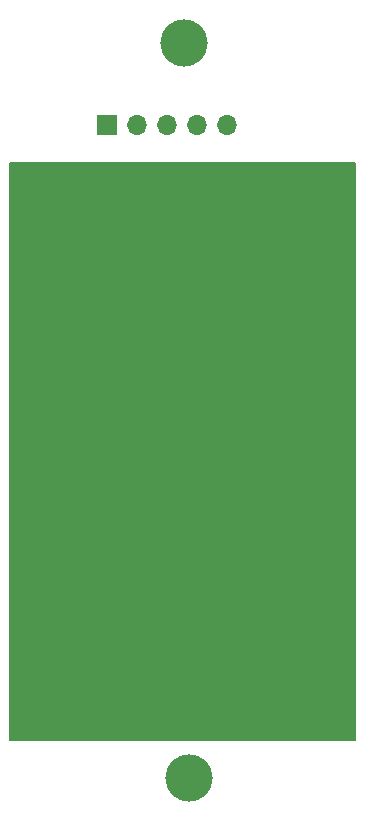
<source format=gbr>
%TF.GenerationSoftware,KiCad,Pcbnew,8.0.5*%
%TF.CreationDate,2024-11-09T04:24:37+05:30*%
%TF.ProjectId,dc_power,64635f70-6f77-4657-922e-6b696361645f,rev?*%
%TF.SameCoordinates,Original*%
%TF.FileFunction,Copper,L2,Bot*%
%TF.FilePolarity,Positive*%
%FSLAX46Y46*%
G04 Gerber Fmt 4.6, Leading zero omitted, Abs format (unit mm)*
G04 Created by KiCad (PCBNEW 8.0.5) date 2024-11-09 04:24:37*
%MOMM*%
%LPD*%
G01*
G04 APERTURE LIST*
%TA.AperFunction,Conductor*%
%ADD10C,0.200000*%
%TD*%
%TA.AperFunction,ComponentPad*%
%ADD11R,1.700000X1.700000*%
%TD*%
%TA.AperFunction,ComponentPad*%
%ADD12O,1.700000X1.700000*%
%TD*%
%TA.AperFunction,ViaPad*%
%ADD13C,0.700000*%
%TD*%
%TA.AperFunction,ViaPad*%
%ADD14C,4.000000*%
%TD*%
%TA.AperFunction,Conductor*%
%ADD15C,0.500000*%
%TD*%
G04 APERTURE END LIST*
D10*
%TO.N,GND*%
X76835000Y-102870000D02*
X47625000Y-102870000D01*
X47625000Y-53975000D01*
X76835000Y-53975000D01*
X76835000Y-102870000D01*
%TA.AperFunction,Conductor*%
G36*
X76835000Y-102870000D02*
G01*
X47625000Y-102870000D01*
X47625000Y-53975000D01*
X76835000Y-53975000D01*
X76835000Y-102870000D01*
G37*
%TD.AperFunction*%
%TD*%
D11*
%TO.P,GND1,1,Pin_1*%
%TO.N,GND*%
X55880000Y-96520000D03*
D12*
%TO.P,GND1,2,Pin_2*%
X58420000Y-96520000D03*
%TO.P,GND1,3,Pin_3*%
X60960000Y-96520000D03*
%TO.P,GND1,4,Pin_4*%
X63500000Y-96520000D03*
%TO.P,GND1,5,Pin_5*%
X66040000Y-96520000D03*
%TD*%
D11*
%TO.P,5V1,1,Pin_1*%
%TO.N,+5V*%
X55880000Y-50800000D03*
D12*
%TO.P,5V1,2,Pin_2*%
X58420000Y-50800000D03*
%TO.P,5V1,3,Pin_3*%
X60960000Y-50800000D03*
%TO.P,5V1,4,Pin_4*%
X63500000Y-50800000D03*
%TO.P,5V1,5,Pin_5*%
X66040000Y-50800000D03*
%TD*%
D13*
%TO.N,GND*%
X60960000Y-74930000D03*
X64770000Y-74930000D03*
X62865000Y-74930000D03*
X66675000Y-74930000D03*
X66675000Y-69215000D03*
X57150000Y-69215000D03*
X55245000Y-69215000D03*
X53340000Y-69215000D03*
X64770000Y-69215000D03*
X60960000Y-71120000D03*
X57150000Y-71120000D03*
X55245000Y-71120000D03*
X53340000Y-71120000D03*
X64770000Y-71120000D03*
X62865000Y-71120000D03*
X59055000Y-71120000D03*
X66675000Y-71120000D03*
X66675000Y-73025000D03*
X64770000Y-73025000D03*
X62865000Y-73025000D03*
X60960000Y-73025000D03*
X59055000Y-73025000D03*
X57150000Y-73025000D03*
X55245000Y-73025000D03*
X53340000Y-73025000D03*
X53340000Y-80010000D03*
D14*
%TO.N,*%
X62784908Y-106045000D03*
X62377580Y-43815000D03*
%TD*%
D15*
%TO.N,GND*%
X53340000Y-80010000D02*
X53340000Y-73025000D01*
%TD*%
M02*

</source>
